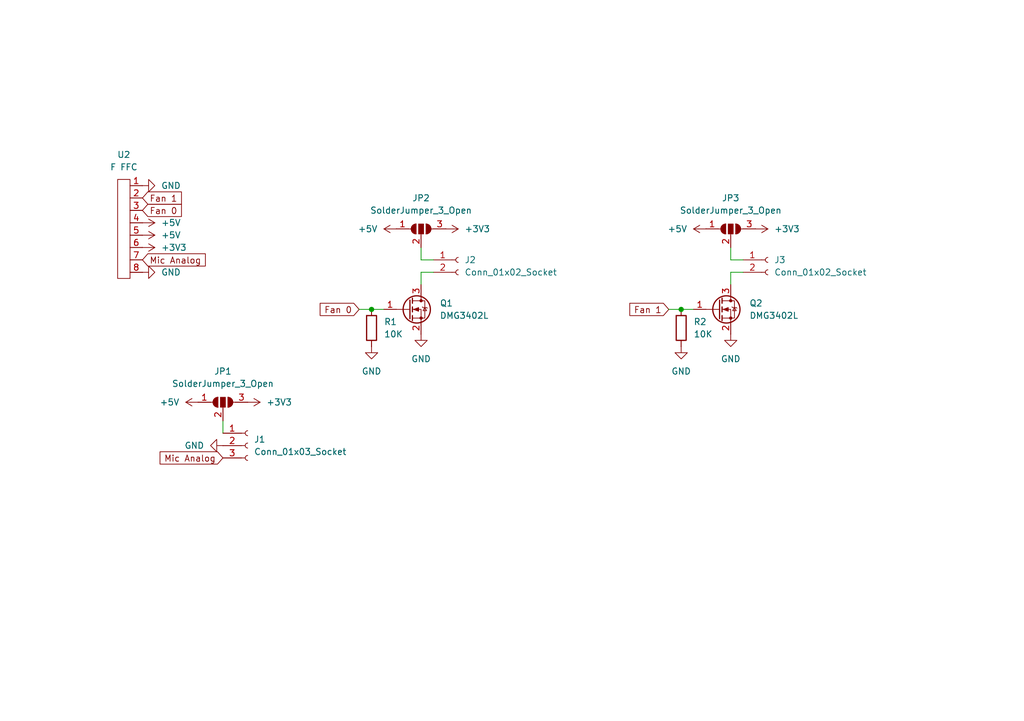
<source format=kicad_sch>
(kicad_sch (version 20250114) (generator "eeschema") (generator_version "9.0")
  (paper "A5")
  (lib_symbols
    (symbol "Connector:Conn_01x02_Socket" (pin_names (offset 1.016) (hide yes))
      (property "Reference" "J" (at 0 2.54 0))
      (property "Value" "Conn_01x02_Socket" (at 0 -5.08 0))
      (symbol "Conn_01x02_Socket_1_1"
        (polyline (pts (xy -1.27 0) (xy -0.508 0)) (stroke (width 0.1524)))
        (polyline (pts (xy -1.27 -2.54) (xy -0.508 -2.54)) (stroke (width 0.1524)))
        (arc (start 0 -0.508) (mid -0.5058 0) (end 0 0.508) (stroke (width 0.1524)))
        (arc (start 0 -3.048) (mid -0.5058 -2.54) (end 0 -2.032) (stroke (width 0.1524)))
        (pin passive line (at -5.08 0 0) (length 3.81) (name "Pin_1") (number "1"))
        (pin passive line (at -5.08 -2.54 0) (length 3.81) (name "Pin_2") (number "2"))
      )
    )
    (symbol "Connector:Conn_01x03_Socket" (pin_names (offset 1.016) (hide yes))
      (property "Reference" "J" (at 0 5.08 0))
      (property "Value" "Conn_01x03_Socket" (at 0 -5.08 0))
      (symbol "Conn_01x03_Socket_1_1"
        (polyline (pts (xy -1.27 2.54) (xy -0.508 2.54)) (stroke (width 0.1524)))
        (polyline (pts (xy -1.27 0) (xy -0.508 0)) (stroke (width 0.1524)))
        (polyline (pts (xy -1.27 -2.54) (xy -0.508 -2.54)) (stroke (width 0.1524)))
        (arc (start 0 2.032) (mid -0.5058 2.54) (end 0 3.048) (stroke (width 0.1524)))
        (arc (start 0 -0.508) (mid -0.5058 0) (end 0 0.508) (stroke (width 0.1524)))
        (arc (start 0 -3.048) (mid -0.5058 -2.54) (end 0 -2.032) (stroke (width 0.1524)))
        (pin passive line (at -5.08 2.54 0) (length 3.81) (name "Pin_1") (number "1"))
        (pin passive line (at -5.08 0 0) (length 3.81) (name "Pin_2") (number "2"))
        (pin passive line (at -5.08 -2.54 0) (length 3.81) (name "Pin_3") (number "3"))
      )
    )
    (symbol "Device:R" (pin_numbers (hide yes)) (pin_names (offset 0))
      (property "Reference" "R" (at 2.032 0 90))
      (property "Value" "R" (at 0 0 90))
      (symbol "R_0_1"
        (rectangle (start -1.016 -2.54) (end 1.016 2.54) (stroke (width 0.254)))
      )
      (symbol "R_1_1"
        (pin passive line (at 0 3.81 270) (length 1.27) (name "~") (number "1"))
        (pin passive line (at 0 -3.81 90) (length 1.27) (name "~") (number "2"))
      )
    )
    (symbol "FFC:FFC-8"
      (property "Reference" "U" (at 0 11.684 0))
      (symbol "FFC-8_0_1"
        (rectangle (start -1.27 10.16) (end 1.27 -10.16))
      )
      (symbol "FFC-8_1_1"
        (pin input line (at 3.81 8.89 180) (length 2.54) (name "") (number "1"))
        (pin input line (at 3.81 6.35 180) (length 2.54) (name "") (number "2"))
        (pin input line (at 3.81 3.81 180) (length 2.54) (name "") (number "3"))
        (pin input line (at 3.81 1.27 180) (length 2.54) (name "") (number "4"))
        (pin input line (at 3.81 -1.27 180) (length 2.54) (name "") (number "5"))
        (pin input line (at 3.81 -3.81 180) (length 2.54) (name "") (number "6"))
        (pin input line (at 3.81 -6.35 180) (length 2.54) (name "") (number "7"))
        (pin input line (at 3.81 -8.89 180) (length 2.54) (name "") (number "8"))
      )
    )
    (symbol "Jumper:SolderJumper_3_Open" (pin_names (offset 0) (hide yes)) (in_bom no)
      (property "Reference" "JP" (at -2.54 -2.54 0))
      (property "Value" "SolderJumper_3_Open" (at 0 2.794 0))
      (symbol "SolderJumper_3_Open_0_1"
        (polyline (pts (xy -2.54 0) (xy -2.032 0)))
        (polyline (pts (xy -1.016 1.016) (xy -1.016 -1.016)))
        (arc (start -1.016 -1.016) (mid -2.0276 0) (end -1.016 1.016))
        (arc (start -1.016 -1.016) (mid -2.0276 0) (end -1.016 1.016) (fill (type outline)))
        (rectangle (start -0.508 1.016) (end 0.508 -1.016) (fill (type outline)))
        (polyline (pts (xy 0 -1.27) (xy 0 -1.016)))
        (arc (start 1.016 1.016) (mid 2.0276 0) (end 1.016 -1.016))
        (arc (start 1.016 1.016) (mid 2.0276 0) (end 1.016 -1.016) (fill (type outline)))
        (polyline (pts (xy 1.016 1.016) (xy 1.016 -1.016)))
        (polyline (pts (xy 2.54 0) (xy 2.032 0)))
      )
      (symbol "SolderJumper_3_Open_1_1"
        (pin passive line (at -5.08 0 0) (length 2.54) (name "A") (number "1"))
        (pin passive line (at 0 -3.81 90) (length 2.54) (name "C") (number "2"))
        (pin passive line (at 5.08 0 180) (length 2.54) (name "B") (number "3"))
      )
    )
    (symbol "Transistor_FET:DMG3402L" (pin_names (hide yes))
      (property "Reference" "Q" (at 5.08 1.905 0))
      (property "Value" "DMG3402L" (at 5.08 0 0))
      (symbol "DMG3402L_0_1"
        (polyline (pts (xy 0.254 1.905) (xy 0.254 -1.905)) (stroke (width 0.254)))
        (polyline (pts (xy 0.254 0) (xy -2.54 0)))
        (polyline (pts (xy 0.762 2.286) (xy 0.762 1.27)) (stroke (width 0.254)))
        (polyline (pts (xy 0.762 0.508) (xy 0.762 -0.508)) (stroke (width 0.254)))
        (polyline (pts (xy 0.762 -1.27) (xy 0.762 -2.286)) (stroke (width 0.254)))
        (polyline (pts (xy 0.762 -1.778) (xy 3.302 -1.778) (xy 3.302 1.778) (xy 0.762 1.778)))
        (polyline (pts (xy 1.016 0) (xy 2.032 0.381) (xy 2.032 -0.381) (xy 1.016 0)) (fill (type outline)))
        (circle (center 1.651 0) (radius 2.794) (stroke (width 0.254)))
        (polyline (pts (xy 2.54 2.54) (xy 2.54 1.778)))
        (circle (center 2.54 1.778) (radius 0.254) (fill (type outline)))
        (circle (center 2.54 -1.778) (radius 0.254) (fill (type outline)))
        (polyline (pts (xy 2.54 -2.54) (xy 2.54 0) (xy 0.762 0)))
        (polyline (pts (xy 2.794 0.508) (xy 2.921 0.381) (xy 3.683 0.381) (xy 3.81 0.254)))
        (polyline (pts (xy 3.302 0.381) (xy 2.921 -0.254) (xy 3.683 -0.254) (xy 3.302 0.381)))
      )
      (symbol "DMG3402L_1_1"
        (pin input line (at -5.08 0 0) (length 2.54) (name "G") (number "1"))
        (pin passive line (at 2.54 5.08 270) (length 2.54) (name "D") (number "3"))
        (pin passive line (at 2.54 -5.08 90) (length 2.54) (name "S") (number "2"))
      )
    )
    (symbol "power:+3V3" (power) (pin_numbers (hide yes)) (pin_names (offset 0) (hide yes))
      (property "Value" "+3V3" (at 0 3.556 0))
      (symbol "+3V3_0_1"
        (polyline (pts (xy -0.762 1.27) (xy 0 2.54)))
        (polyline (pts (xy 0 2.54) (xy 0.762 1.27)))
        (polyline (pts (xy 0 0) (xy 0 2.54)))
      )
      (symbol "+3V3_1_1"
        (pin power_in line (at 0 0 90) (length 0) (name "~") (number "1"))
      )
    )
    (symbol "power:+5V" (power) (pin_numbers (hide yes)) (pin_names (offset 0) (hide yes))
      (property "Value" "+5V" (at 0 3.556 0))
      (symbol "+5V_0_1"
        (polyline (pts (xy -0.762 1.27) (xy 0 2.54)))
        (polyline (pts (xy 0 2.54) (xy 0.762 1.27)))
        (polyline (pts (xy 0 0) (xy 0 2.54)))
      )
      (symbol "+5V_1_1"
        (pin power_in line (at 0 0 90) (length 0) (name "~") (number "1"))
      )
    )
    (symbol "power:GND" (power) (pin_numbers (hide yes)) (pin_names (offset 0) (hide yes))
      (property "Value" "GND" (at 0 -3.81 0))
      (symbol "GND_0_1"
        (polyline (pts (xy 0 0) (xy 0 -1.27) (xy 1.27 -1.27) (xy 0 -2.54) (xy -1.27 -1.27) (xy 0 -1.27)))
      )
      (symbol "GND_1_1"
        (pin power_in line (at 0 0 270) (length 0) (name "~") (number "1"))
      )
    )
  )
  (junction (at 76.2 63.5))
  (junction (at 139.7 63.5))
  (wire (pts (xy 149.86 53.34) (xy 152.4 53.34)))
  (wire (pts (xy 76.2 63.5) (xy 78.74 63.5)))
  (wire (pts (xy 86.36 53.34) (xy 88.9 53.34)))
  (wire (pts (xy 73.66 63.5) (xy 76.2 63.5)))
  (wire (pts (xy 86.36 55.88) (xy 88.9 55.88)))
  (wire (pts (xy 149.86 58.42) (xy 149.86 55.88)))
  (wire (pts (xy 86.36 58.42) (xy 86.36 55.88)))
  (wire (pts (xy 45.72 86.36) (xy 45.72 88.9)))
  (wire (pts (xy 149.86 50.8) (xy 149.86 53.34)))
  (wire (pts (xy 86.36 50.8) (xy 86.36 53.34)))
  (wire (pts (xy 149.86 55.88) (xy 152.4 55.88)))
  (wire (pts (xy 139.7 63.5) (xy 142.24 63.5)))
  (wire (pts (xy 137.16 63.5) (xy 139.7 63.5)))
  (global_label "Fan 0" (shape input) (at 29.21 43.18 0) (property "Intersheetrefs" "${INTERSHEET_REFS}" (effects (hide yes))))
  (global_label "Mic Analog" (shape input) (at 45.72 93.98 180) (property "Intersheetrefs" "${INTERSHEET_REFS}" (effects (hide yes))))
  (global_label "Fan 1" (shape input) (at 29.21 40.64 0) (property "Intersheetrefs" "${INTERSHEET_REFS}" (effects (hide yes))))
  (global_label "Fan 1" (shape input) (at 137.16 63.5 180) (property "Intersheetrefs" "${INTERSHEET_REFS}" (effects (hide yes))))
  (global_label "Fan 0" (shape input) (at 73.66 63.5 180) (property "Intersheetrefs" "${INTERSHEET_REFS}" (effects (hide yes))))
  (global_label "Mic Analog" (shape input) (at 29.21 53.34 0) (property "Intersheetrefs" "${INTERSHEET_REFS}" (effects (hide yes))))
  (symbol (lib_id "power:+5V") (at 29.21 45.72 270) (unit 1)
    (property "Reference" "#PWR07" (effects (hide yes)))
    (property "Value" "+5V" (at 33.02 45.7199 90) (effects (justify left)))
    (property "Description" "Power symbol creates a global label with name \"+5V\"" (effects (hide yes)))
  )
  (symbol (lib_id "power:+5V") (at 81.28 46.99 90) (unit 1)
    (property "Reference" "#PWR010" (effects (hide yes)))
    (property "Value" "+5V" (at 77.47 46.9899 90) (effects (justify left)))
    (property "Description" "Power symbol creates a global label with name \"+5V\"" (effects (hide yes)))
  )
  (symbol (lib_id "power:+3V3") (at 50.8 82.55 270) (unit 1)
    (property "Reference" "#PWR012" (effects (hide yes)))
    (property "Value" "+3V3" (at 54.61 82.5499 90) (effects (justify left)))
    (property "Description" "Power symbol creates a global label with name \"+3V3\"" (effects (hide yes)))
  )
  (symbol (lib_id "power:GND") (at 29.21 38.1 90) (unit 1)
    (property "Reference" "#PWR05" (effects (hide yes)))
    (property "Value" "GND" (at 33.02 38.0999 90) (effects (justify right)))
    (property "Description" "Power symbol creates a global label with name \"GND\" , ground" (effects (hide yes)))
  )
  (symbol (lib_id "Jumper:SolderJumper_3_Open") (at 149.86 46.99 0) (unit 1) (in_bom no)
    (property "Reference" "JP3" (at 149.86 40.64 0))
    (property "Value" "SolderJumper_3_Open" (at 149.86 43.18 0))
    (property "Footprint" "Jumper:SolderJumper-3_P1.3mm_Open_RoundedPad1.0x1.5mm" (effects (hide yes)))
    (property "Description" "Solder Jumper, 3-pole, open" (effects (hide yes)))
  )
  (symbol (lib_id "power:GND") (at 139.7 71.12 0) (unit 1)
    (property "Reference" "#PWR02" (effects (hide yes)))
    (property "Value" "GND" (at 139.7 76.2 0))
    (property "Description" "Power symbol creates a global label with name \"GND\" , ground" (effects (hide yes)))
  )
  (symbol (lib_id "power:+5V") (at 29.21 48.26 270) (unit 1)
    (property "Reference" "#PWR08" (effects (hide yes)))
    (property "Value" "+5V" (at 33.02 48.2599 90) (effects (justify left)))
    (property "Description" "Power symbol creates a global label with name \"+5V\"" (effects (hide yes)))
  )
  (symbol (lib_id "Jumper:SolderJumper_3_Open") (at 86.36 46.99 0) (unit 1) (in_bom no)
    (property "Reference" "JP2" (at 86.36 40.64 0))
    (property "Value" "SolderJumper_3_Open" (at 86.36 43.18 0))
    (property "Footprint" "Jumper:SolderJumper-3_P1.3mm_Open_RoundedPad1.0x1.5mm" (effects (hide yes)))
    (property "Description" "Solder Jumper, 3-pole, open" (effects (hide yes)))
  )
  (symbol (lib_id "Device:R") (at 139.7 67.31 0) (unit 1)
    (property "Reference" "R2" (at 142.24 66.0399 0) (effects (justify left)))
    (property "Value" "10K" (at 142.24 68.5799 0) (effects (justify left)))
    (property "Footprint" "Resistor_SMD:R_0603_1608Metric_Pad0.98x0.95mm_HandSolder" (effects (hide yes)))
    (property "Description" "Resistor" (effects (hide yes)))
    (property "LCSC" "C98220" (effects (hide yes)))
  )
  (symbol (lib_id "power:+3V3") (at 154.94 46.99 270) (unit 1)
    (property "Reference" "#PWR017" (effects (hide yes)))
    (property "Value" "+3V3" (at 158.75 46.9899 90) (effects (justify left)))
    (property "Description" "Power symbol creates a global label with name \"+3V3\"" (effects (hide yes)))
  )
  (symbol (lib_id "Jumper:SolderJumper_3_Open") (at 45.72 82.55 0) (unit 1) (in_bom no)
    (property "Reference" "JP1" (at 45.72 76.2 0))
    (property "Value" "SolderJumper_3_Open" (at 45.72 78.74 0))
    (property "Footprint" "Jumper:SolderJumper-3_P1.3mm_Open_RoundedPad1.0x1.5mm" (effects (hide yes)))
    (property "Description" "Solder Jumper, 3-pole, open" (effects (hide yes)))
  )
  (symbol (lib_id "Transistor_FET:DMG3402L") (at 83.82 63.5 0) (unit 1)
    (property "Reference" "Q1" (at 90.17 62.2299 0) (effects (justify left)))
    (property "Value" "DMG3402L" (at 90.17 64.7699 0) (effects (justify left)))
    (property "Footprint" "Package_TO_SOT_SMD:SOT-23" (effects (hide yes)))
    (property "Datasheet" "http://www.diodes.com/assets/Datasheets/DMG3402L.pdf" (effects (hide yes)))
    (property "Description" "4A Id, 30V Vds, N-Channel MOSFET, SOT-23" (effects (hide yes)))
    (property "LCSC" "C96614" (effects (hide yes)))
  )
  (symbol (lib_id "power:+3V3") (at 29.21 50.8 270) (mirror x) (unit 1)
    (property "Reference" "#PWR06" (effects (hide yes)))
    (property "Value" "+3V3" (at 33.02 50.8001 90) (effects (justify left)))
    (property "Description" "Power symbol creates a global label with name \"+3V3\"" (effects (hide yes)))
  )
  (symbol (lib_id "Device:R") (at 76.2 67.31 0) (unit 1)
    (property "Reference" "R1" (at 78.74 66.0399 0) (effects (justify left)))
    (property "Value" "10K" (at 78.74 68.5799 0) (effects (justify left)))
    (property "Footprint" "Resistor_SMD:R_0603_1608Metric_Pad0.98x0.95mm_HandSolder" (effects (hide yes)))
    (property "Description" "Resistor" (effects (hide yes)))
    (property "LCSC" "C98220" (effects (hide yes)))
  )
  (symbol (lib_id "power:GND") (at 86.36 68.58 0) (unit 1)
    (property "Reference" "#PWR04" (effects (hide yes)))
    (property "Value" "GND" (at 86.36 73.66 0))
    (property "Description" "Power symbol creates a global label with name \"GND\" , ground" (effects (hide yes)))
  )
  (symbol (lib_id "power:GND") (at 149.86 68.58 0) (unit 1)
    (property "Reference" "#PWR014" (effects (hide yes)))
    (property "Value" "GND" (at 149.86 73.66 0))
    (property "Description" "Power symbol creates a global label with name \"GND\" , ground" (effects (hide yes)))
  )
  (symbol (lib_id "FFC:FFC-8") (at 25.4 46.99 0) (unit 1)
    (property "Reference" "U2" (at 25.4 31.75 0))
    (property "Value" "F FFC" (at 25.4 34.29 0))
    (property "Footprint" "FFC:FFC 0.8mm 8P" (effects (hide yes)))
  )
  (symbol (lib_id "power:+5V") (at 40.64 82.55 90) (unit 1)
    (property "Reference" "#PWR013" (effects (hide yes)))
    (property "Value" "+5V" (at 36.83 82.5499 90) (effects (justify left)))
    (property "Description" "Power symbol creates a global label with name \"+5V\"" (effects (hide yes)))
  )
  (symbol (lib_id "Connector:Conn_01x02_Socket") (at 157.48 53.34 0) (unit 1)
    (property "Reference" "J3" (at 158.75 53.3399 0) (effects (justify left)))
    (property "Value" "Conn_01x02_Socket" (at 158.75 55.8799 0) (effects (justify left)))
    (property "Footprint" "Connector_JST:JST_GH_SM02B-GHS-TB_1x02-1MP_P1.25mm_Horizontal" (effects (hide yes)))
    (property "Description" "Generic connector, single row, 01x02, script generated" (effects (hide yes)))
  )
  (symbol (lib_id "power:+3V3") (at 91.44 46.99 270) (unit 1)
    (property "Reference" "#PWR015" (effects (hide yes)))
    (property "Value" "+3V3" (at 95.25 46.9899 90) (effects (justify left)))
    (property "Description" "Power symbol creates a global label with name \"+3V3\"" (effects (hide yes)))
  )
  (symbol (lib_id "power:GND") (at 29.21 55.88 90) (unit 1)
    (property "Reference" "#PWR09" (effects (hide yes)))
    (property "Value" "GND" (at 33.02 55.8799 90) (effects (justify right)))
    (property "Description" "Power symbol creates a global label with name \"GND\" , ground" (effects (hide yes)))
  )
  (symbol (lib_id "Connector:Conn_01x02_Socket") (at 93.98 53.34 0) (unit 1)
    (property "Reference" "J2" (at 95.25 53.3399 0) (effects (justify left)))
    (property "Value" "Conn_01x02_Socket" (at 95.25 55.8799 0) (effects (justify left)))
    (property "Footprint" "Connector_JST:JST_GH_SM02B-GHS-TB_1x02-1MP_P1.25mm_Horizontal" (effects (hide yes)))
    (property "Description" "Generic connector, single row, 01x02, script generated" (effects (hide yes)))
  )
  (symbol (lib_id "Connector:Conn_01x03_Socket") (at 50.8 91.44 0) (unit 1)
    (property "Reference" "J1" (at 52.07 90.1699 0) (effects (justify left)))
    (property "Value" "Conn_01x03_Socket" (at 52.07 92.7099 0) (effects (justify left)))
    (property "Footprint" "Connector_JST:JST_GH_SM03B-GHS-TB_1x03-1MP_P1.25mm_Horizontal" (effects (hide yes)))
    (property "Description" "Generic connector, single row, 01x03, script generated" (effects (hide yes)))
  )
  (symbol (lib_id "power:GND") (at 45.72 91.44 270) (unit 1)
    (property "Reference" "#PWR01" (effects (hide yes)))
    (property "Value" "GND" (at 41.91 91.4399 90) (effects (justify right)))
    (property "Description" "Power symbol creates a global label with name \"GND\" , ground" (effects (hide yes)))
  )
  (symbol (lib_id "power:+5V") (at 144.78 46.99 90) (unit 1)
    (property "Reference" "#PWR016" (effects (hide yes)))
    (property "Value" "+5V" (at 140.97 46.9899 90) (effects (justify left)))
    (property "Description" "Power symbol creates a global label with name \"+5V\"" (effects (hide yes)))
  )
  (symbol (lib_id "power:GND") (at 76.2 71.12 0) (unit 1)
    (property "Reference" "#PWR011" (effects (hide yes)))
    (property "Value" "GND" (at 76.2 76.2 0))
    (property "Description" "Power symbol creates a global label with name \"GND\" , ground" (effects (hide yes)))
  )
  (symbol (lib_id "Transistor_FET:DMG3402L") (at 147.32 63.5 0) (unit 1)
    (property "Reference" "Q2" (at 153.67 62.2299 0) (effects (justify left)))
    (property "Value" "DMG3402L" (at 153.67 64.7699 0) (effects (justify left)))
    (property "Footprint" "Package_TO_SOT_SMD:SOT-23" (effects (hide yes)))
    (property "Datasheet" "http://www.diodes.com/assets/Datasheets/DMG3402L.pdf" (effects (hide yes)))
    (property "Description" "4A Id, 30V Vds, N-Channel MOSFET, SOT-23" (effects (hide yes)))
    (property "LCSC" "C96614" (effects (hide yes)))
  )
)
</source>
